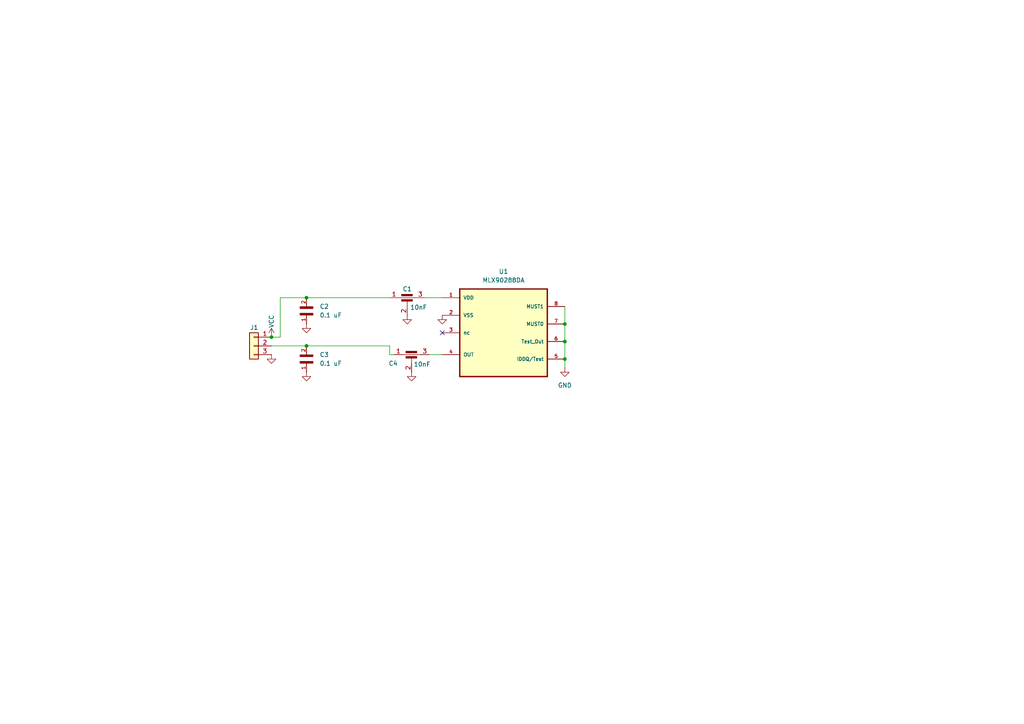
<source format=kicad_sch>
(kicad_sch (version 20231120) (generator "eeschema") (generator_version "8.0")
  (paper "A4")
  (lib_symbols
    (symbol "Connector_Generic:Conn_01x03" (pin_names (offset 1.016) hide)
      (property "Reference" "J" (at 0 5.08 0))
      (property "Value" "Conn_01x03" (at 0 -5.08 0))
      (symbol "Conn_01x03_1_1"
        (rectangle (start -1.27 -2.413) (end 0 -2.667) (stroke (width 0.1524)))
        (rectangle (start -1.27 0.127) (end 0 -0.127) (stroke (width 0.1524)))
        (rectangle (start -1.27 2.667) (end 0 2.413) (stroke (width 0.1524)))
        (rectangle (start -1.27 3.81) (end 1.27 -3.81) (stroke (width 0.254)) (fill (type background)))
        (pin passive line (at -5.08 2.54 0) (length 3.81) (name "Pin_1") (number "1"))
        (pin passive line (at -5.08 0 0) (length 3.81) (name "Pin_2") (number "2"))
        (pin passive line (at -5.08 -2.54 0) (length 3.81) (name "Pin_3") (number "3"))
      )
    )
    (symbol "Device:C_Feedthrough" (pin_names (offset 0.254) hide)
      (property "Reference" "C" (at 0 7.62 0))
      (property "Value" "C_Feedthrough" (at 0 5.715 0))
      (symbol "C_Feedthrough_0_1"
        (rectangle (start -1.651 1.524) (end 1.524 2.032) (fill (type outline)))
        (polyline (pts (xy -2.54 2.54) (xy 2.54 2.54)))
        (polyline (pts (xy 0 0) (xy 0 1.778)))
        (rectangle (start 1.524 3.048) (end -1.651 3.556) (fill (type outline)))
      )
      (symbol "C_Feedthrough_1_1"
        (pin passive line (at -5.08 2.54 0) (length 2.54) (name "1") (number "1"))
        (pin passive line (at 0 -2.54 90) (length 2.54) (name "2") (number "2"))
        (pin passive line (at 5.08 2.54 180) (length 2.54) (name "3") (number "3"))
      )
    )
    (symbol "GRM319R71H104KA01D:GRM319R71H104KA01D" (pin_names (offset 1.016))
      (property "Reference" "C" (at 0 3.8109 0))
      (property "Value" "GRM319R71H104KA01D" (at 0 -5.0885 0))
      (symbol "GRM319R71H104KA01D_0_0"
        (rectangle (start 0 -1.9069) (end 0.635 1.905) (stroke (width 0.1)) (fill (type outline)))
        (rectangle (start 1.9069 -1.9069) (end 2.54 1.905) (stroke (width 0.1)) (fill (type outline)))
        (pin passive line (at -2.54 0 0) (length 2.54) (name "~") (number "1"))
        (pin passive line (at 5.08 0 180) (length 2.54) (name "~") (number "2"))
      )
    )
    (symbol "LM6132AIMX_NOPB:LM6132AIMX_NOPB" (pin_names (offset 1.016))
      (property "Reference" "U1" (at 0 17.78 0))
      (property "Value" "MLX90288DA" (at 0 15.24 0))
      (symbol "LM6132AIMX_NOPB_0_0"
        (rectangle (start -12.7 12.7) (end 12.7 -12.7) (stroke (width 0.41)) (fill (type background)))
      )
      (symbol "LM6132AIMX_NOPB_1_0"
        (pin input line (at -17.78 10.16 0) (length 5.08) (name "VDD") (number "1"))
        (pin input line (at -17.78 5.08 0) (length 5.08) (name "VSS") (number "2"))
        (pin input line (at -17.78 0 0) (length 5.08) (name "nc") (number "3"))
        (pin output line (at -17.78 -6.35 0) (length 5.08) (name "OUT") (number "4"))
        (pin output line (at 17.78 -7.62 180) (length 5.08) (name "IDDQ/Test") (number "5"))
        (pin output line (at 17.78 -2.54 180) (length 5.08) (name "Test_Out") (number "6"))
        (pin input line (at 17.78 2.54 180) (length 5.08) (name "MUST0") (number "7"))
        (pin input line (at 17.78 7.62 180) (length 5.08) (name "MUST1") (number "8"))
      )
    )
    (symbol "power:GND" (power) (pin_numbers hide) (pin_names (offset 0) hide)
      (property "Value" "GND" (at 0 -3.81 0))
      (symbol "GND_0_1"
        (polyline (pts (xy 0 0) (xy 0 -1.27) (xy 1.27 -1.27) (xy 0 -2.54) (xy -1.27 -1.27) (xy 0 -1.27)))
      )
      (symbol "GND_1_1"
        (pin power_in line (at 0 0 270) (length 0) (name "~") (number "1"))
      )
    )
    (symbol "power:VCC" (power) (pin_numbers hide) (pin_names (offset 0) hide)
      (property "Value" "VCC" (at 0 3.556 0))
      (symbol "VCC_0_1"
        (polyline (pts (xy -0.762 1.27) (xy 0 2.54)))
        (polyline (pts (xy 0 0) (xy 0 2.54)))
        (polyline (pts (xy 0 2.54) (xy 0.762 1.27)))
      )
      (symbol "VCC_1_1"
        (pin power_in line (at 0 0 90) (length 0) (name "~") (number "1"))
      )
    )
  )
  (junction (at 163.83 104.14))
  (junction (at 78.74 97.79))
  (junction (at 163.83 93.98))
  (junction (at 88.9 100.33))
  (junction (at 163.83 99.06))
  (junction (at 88.9 86.36))
  (no_connect (at 128.27 96.52))
  (wire (pts (xy 163.83 104.14) (xy 163.83 106.68)))
  (wire (pts (xy 163.83 99.06) (xy 163.83 104.14)))
  (wire (pts (xy 113.03 102.87) (xy 114.3 102.87)))
  (wire (pts (xy 78.74 100.33) (xy 88.9 100.33)))
  (wire (pts (xy 163.83 93.98) (xy 163.83 99.06)))
  (wire (pts (xy 78.74 97.79) (xy 81.28 97.79)))
  (wire (pts (xy 81.28 86.36) (xy 81.28 97.79)))
  (wire (pts (xy 81.28 86.36) (xy 88.9 86.36)))
  (wire (pts (xy 113.03 100.33) (xy 113.03 102.87)))
  (wire (pts (xy 123.19 86.36) (xy 128.27 86.36)))
  (wire (pts (xy 88.9 86.36) (xy 113.03 86.36)))
  (wire (pts (xy 88.9 100.33) (xy 113.03 100.33)))
  (wire (pts (xy 124.46 102.87) (xy 128.27 102.87)))
  (wire (pts (xy 163.83 88.9) (xy 163.83 93.98)))
  (symbol (lib_id "power:GND") (at 118.11 91.44 0) (unit 1)
    (property "Reference" "#PWR04" (effects (hide yes)))
    (property "Value" "GND" (effects (hide yes)))
    (property "Description" "Power symbol creates a global label with name \"GND\" , ground" (effects (hide yes)))
  )
  (symbol (lib_id "power:GND") (at 119.38 107.95 0) (unit 1)
    (property "Reference" "#PWR01" (effects (hide yes)))
    (property "Value" "GND" (effects (hide yes)))
    (property "Description" "Power symbol creates a global label with name \"GND\" , ground" (effects (hide yes)))
  )
  (symbol (lib_id "power:VCC") (at 78.74 97.79 0) (unit 1)
    (property "Reference" "#PWR08" (effects (hide yes)))
    (property "Value" "VCC" (at 78.74 93.218 90))
    (property "Description" "Power symbol creates a global label with name \"VCC\"" (effects (hide yes)))
  )
  (symbol (lib_id "Device:C_Feedthrough") (at 118.11 88.9 0) (unit 1)
    (property "Reference" "C1" (at 118.11 83.82 0))
    (property "Value" "10nF" (at 121.412 89.154 0))
    (property "Footprint" "SMP:CAP_W2F15C1038AT1A_KAV" (effects (hide yes)))
    (property "Datasheet" "W2F15C1038AT1F" (effects (hide yes)))
    (property "Description" "Feedthrough capacitor" (effects (hide yes)))
  )
  (symbol (lib_id "power:GND") (at 128.27 91.44 0) (unit 1)
    (property "Reference" "#PWR02" (effects (hide yes)))
    (property "Value" "GND" (effects (hide yes)))
    (property "Description" "Power symbol creates a global label with name \"GND\" , ground" (effects (hide yes)))
  )
  (symbol (lib_id "power:GND") (at 163.83 106.68 0) (unit 1)
    (property "Reference" "#PWR06" (effects (hide yes)))
    (property "Value" "GND" (at 163.83 111.76 0))
    (property "Description" "Power symbol creates a global label with name \"GND\" , ground" (effects (hide yes)))
  )
  (symbol (lib_id "power:GND") (at 88.9 107.95 0) (unit 1)
    (property "Reference" "#PWR03" (effects (hide yes)))
    (property "Value" "GND" (effects (hide yes)))
    (property "Description" "Power symbol creates a global label with name \"GND\" , ground" (effects (hide yes)))
  )
  (symbol (lib_id "Device:C_Feedthrough") (at 119.38 105.41 0) (unit 1)
    (property "Reference" "C4" (at 114.046 105.41 0))
    (property "Value" "10nF" (at 122.428 105.664 0))
    (property "Footprint" "SMP:CAP_W2F15C1038AT1A_KAV" (effects (hide yes)))
    (property "Datasheet" "W2F15C1038AT1F" (effects (hide yes)))
    (property "Description" "Feedthrough capacitor" (effects (hide yes)))
  )
  (symbol (lib_id "Connector_Generic:Conn_01x03") (at 73.66 100.33 0) (mirror y) (unit 1)
    (property "Reference" "J1" (at 74.93 94.996 0) (effects (justify left)))
    (property "Value" "Conn_01x03" (effects (hide yes)))
    (property "Footprint" "Connector_PinHeader_2.54mm:PinHeader_1x03_P2.54mm_Vertical" (effects (hide yes)))
    (property "Description" "Generic connector, single row, 01x03, script generated (kicad-library-utils/schlib/autogen/connector/)" (effects (hide yes)))
  )
  (symbol (lib_id "GRM319R71H104KA01D:GRM319R71H104KA01D") (at 88.9 105.41 90) (unit 1)
    (property "Reference" "C3" (at 92.71 102.8699 90) (effects (justify right)))
    (property "Value" "0.1 uF" (at 92.71 105.4099 90) (effects (justify right)))
    (property "Footprint" "Capacitor_SMD:C_0805_2012Metric" (effects (hide yes)))
    (property "Datasheet" "C0805C104K5RAC7411" (effects (hide yes)))
  )
  (symbol (lib_id "LM6132AIMX_NOPB:LM6132AIMX_NOPB") (at 146.05 96.52 0) (unit 1)
    (property "Reference" "U1" (at 146.05 78.74 0))
    (property "Value" "MLX90288DA" (at 146.05 81.28 0))
    (property "Footprint" "Package_SO:SOIC-8_3.9x4.9mm_P1.27mm" (effects (hide yes)))
  )
  (symbol (lib_id "power:GND") (at 78.74 102.87 0) (unit 1)
    (property "Reference" "#PWR09" (effects (hide yes)))
    (property "Value" "GND" (effects (hide yes)))
    (property "Description" "Power symbol creates a global label with name \"GND\" , ground" (effects (hide yes)))
  )
  (symbol (lib_id "GRM319R71H104KA01D:GRM319R71H104KA01D") (at 88.9 91.44 90) (unit 1)
    (property "Reference" "C2" (at 92.71 88.8999 90) (effects (justify right)))
    (property "Value" "0.1 uF" (at 92.71 91.4399 90) (effects (justify right)))
    (property "Footprint" "Capacitor_SMD:C_0805_2012Metric" (effects (hide yes)))
    (property "Datasheet" "C0805C104K5RAC7411" (effects (hide yes)))
  )
  (symbol (lib_id "power:GND") (at 88.9 93.98 0) (unit 1)
    (property "Reference" "#PWR05" (effects (hide yes)))
    (property "Value" "GND" (effects (hide yes)))
    (property "Description" "Power symbol creates a global label with name \"GND\" , ground" (effects (hide yes)))
  )
)
</source>
